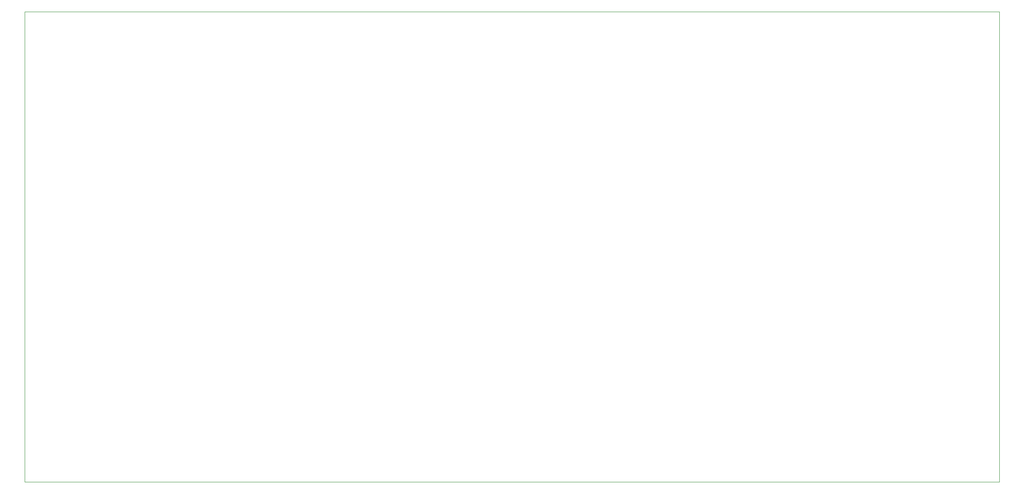
<source format=gbr>
%TF.GenerationSoftware,KiCad,Pcbnew,7.0.10*%
%TF.CreationDate,2024-03-05T22:09:10-05:00*%
%TF.ProjectId,PCB_Main_Final,5043425f-4d61-4696-9e5f-46696e616c2e,rev?*%
%TF.SameCoordinates,Original*%
%TF.FileFunction,Profile,NP*%
%FSLAX46Y46*%
G04 Gerber Fmt 4.6, Leading zero omitted, Abs format (unit mm)*
G04 Created by KiCad (PCBNEW 7.0.10) date 2024-03-05 22:09:10*
%MOMM*%
%LPD*%
G01*
G04 APERTURE LIST*
%TA.AperFunction,Profile*%
%ADD10C,0.100000*%
%TD*%
G04 APERTURE END LIST*
D10*
X43180000Y-42672000D02*
X233680000Y-42672000D01*
X233680000Y-134620000D01*
X43180000Y-134620000D01*
X43180000Y-42672000D01*
M02*

</source>
